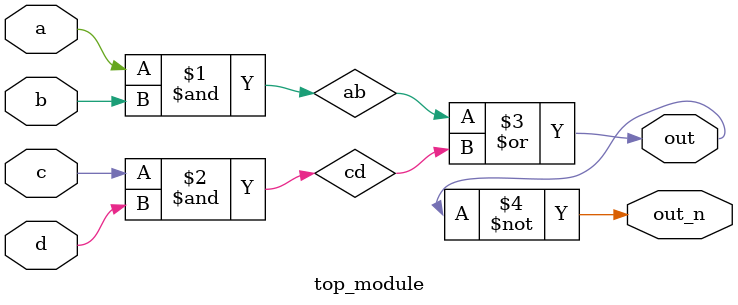
<source format=v>
`default_nettype none
module top_module(
    input a,
    input b,
    input c,
    input d,
    output out,
    output out_n   ); 

    wire ab, cd;

    assign ab = a & b;
    assign cd = c & d;
    assign out = ab | cd;
    assign out_n = ~out;
endmodule
</source>
